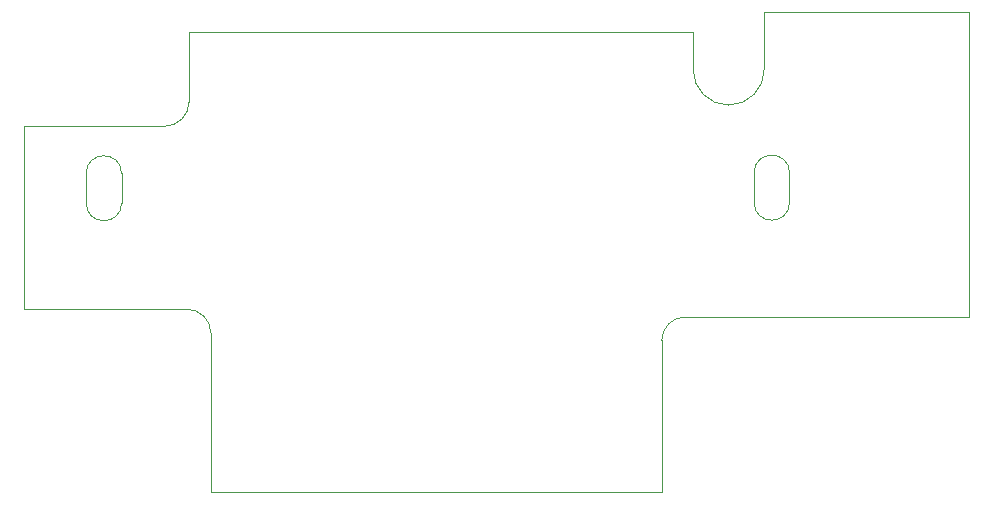
<source format=gbr>
%TF.GenerationSoftware,KiCad,Pcbnew,8.0.4*%
%TF.CreationDate,2024-08-05T15:05:38+01:00*%
%TF.ProjectId,XBox button board_no_LAN-HDD,58426f78-2062-4757-9474-6f6e20626f61,rev?*%
%TF.SameCoordinates,Original*%
%TF.FileFunction,Profile,NP*%
%FSLAX46Y46*%
G04 Gerber Fmt 4.6, Leading zero omitted, Abs format (unit mm)*
G04 Created by KiCad (PCBNEW 8.0.4) date 2024-08-05 15:05:38*
%MOMM*%
%LPD*%
G01*
G04 APERTURE LIST*
%TA.AperFunction,Profile*%
%ADD10C,0.100000*%
%TD*%
G04 APERTURE END LIST*
D10*
X171912000Y-82780803D02*
G75*
G02*
X165892525Y-82766511I-3009800J-19197D01*
G01*
X125050000Y-118600000D02*
X163235830Y-118600000D01*
X123215931Y-85534558D02*
X123218933Y-79611296D01*
X165892525Y-82766511D02*
X165902830Y-79611000D01*
X165235830Y-103741000D02*
X189270830Y-103741000D01*
X171912688Y-77959696D02*
X189270830Y-77960000D01*
X163235830Y-105741000D02*
X163235830Y-118600000D01*
X117500000Y-94100000D02*
G75*
G02*
X114500000Y-94100000I-1500000J0D01*
G01*
X189270830Y-77960000D02*
X189270830Y-103741000D01*
X174050000Y-94050000D02*
G75*
G02*
X171050000Y-94050000I-1500000J0D01*
G01*
X123218933Y-79611296D02*
X165902830Y-79611000D01*
X174050000Y-94050000D02*
X174050000Y-91550000D01*
X171050000Y-91550000D02*
G75*
G02*
X174050000Y-91550000I1500000J0D01*
G01*
X109260830Y-87612000D02*
X121150098Y-87603117D01*
X109260830Y-103106000D02*
X109260830Y-87612000D01*
X125056000Y-105100989D02*
X125050000Y-118600000D01*
X114500000Y-94100000D02*
X114500000Y-91600000D01*
X163235830Y-105741000D02*
G75*
G02*
X165235830Y-103741030I1999970J0D01*
G01*
X123215931Y-85534558D02*
G75*
G02*
X121150098Y-87603120I-2075531J6958D01*
G01*
X123055030Y-103100000D02*
G75*
G02*
X125056000Y-105100989I870J-2000100D01*
G01*
X171912000Y-82780803D02*
X171912688Y-77959696D01*
X171050000Y-94050000D02*
X171050000Y-91550000D01*
X117500000Y-94100000D02*
X117500000Y-91600000D01*
X109260830Y-103106000D02*
X123055030Y-103100000D01*
X114500000Y-91600000D02*
G75*
G02*
X117500000Y-91600000I1500000J0D01*
G01*
M02*

</source>
